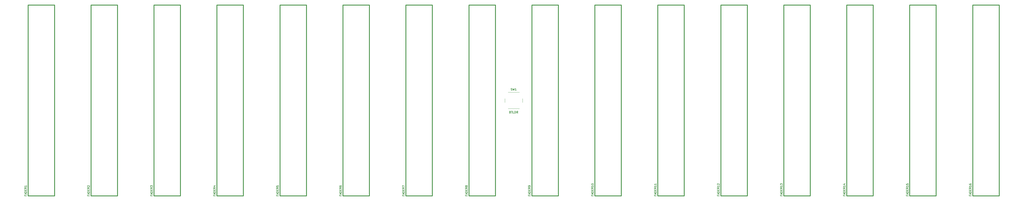
<source format=gto>
G04 #@! TF.GenerationSoftware,KiCad,Pcbnew,9.0.6*
G04 #@! TF.CreationDate,2025-12-16T13:31:05+01:00*
G04 #@! TF.ProjectId,MBO,4d424f2e-6b69-4636-9164-5f7063625858,rev?*
G04 #@! TF.SameCoordinates,Original*
G04 #@! TF.FileFunction,Legend,Top*
G04 #@! TF.FilePolarity,Positive*
%FSLAX46Y46*%
G04 Gerber Fmt 4.6, Leading zero omitted, Abs format (unit mm)*
G04 Created by KiCad (PCBNEW 9.0.6) date 2025-12-16 13:31:05*
%MOMM*%
%LPD*%
G01*
G04 APERTURE LIST*
%ADD10C,0.150000*%
%ADD11C,0.304800*%
%ADD12C,0.120000*%
%ADD13C,1.962000*%
%ADD14C,2.801600*%
%ADD15C,2.000000*%
G04 APERTURE END LIST*
D10*
X340128571Y-198243247D02*
X340242857Y-198281342D01*
X340242857Y-198281342D02*
X340280952Y-198319438D01*
X340280952Y-198319438D02*
X340319048Y-198395628D01*
X340319048Y-198395628D02*
X340319048Y-198509914D01*
X340319048Y-198509914D02*
X340280952Y-198586104D01*
X340280952Y-198586104D02*
X340242857Y-198624200D01*
X340242857Y-198624200D02*
X340166667Y-198662295D01*
X340166667Y-198662295D02*
X339861905Y-198662295D01*
X339861905Y-198662295D02*
X339861905Y-197862295D01*
X339861905Y-197862295D02*
X340128571Y-197862295D01*
X340128571Y-197862295D02*
X340204762Y-197900390D01*
X340204762Y-197900390D02*
X340242857Y-197938485D01*
X340242857Y-197938485D02*
X340280952Y-198014676D01*
X340280952Y-198014676D02*
X340280952Y-198090866D01*
X340280952Y-198090866D02*
X340242857Y-198167057D01*
X340242857Y-198167057D02*
X340204762Y-198205152D01*
X340204762Y-198205152D02*
X340128571Y-198243247D01*
X340128571Y-198243247D02*
X339861905Y-198243247D01*
X340547619Y-197862295D02*
X341004762Y-197862295D01*
X340776190Y-198662295D02*
X340776190Y-197862295D01*
X341652381Y-198662295D02*
X341271429Y-198662295D01*
X341271429Y-198662295D02*
X341271429Y-197862295D01*
X341919048Y-198662295D02*
X341919048Y-197862295D01*
X341919048Y-197862295D02*
X342109524Y-197862295D01*
X342109524Y-197862295D02*
X342223810Y-197900390D01*
X342223810Y-197900390D02*
X342300000Y-197976580D01*
X342300000Y-197976580D02*
X342338095Y-198052771D01*
X342338095Y-198052771D02*
X342376191Y-198205152D01*
X342376191Y-198205152D02*
X342376191Y-198319438D01*
X342376191Y-198319438D02*
X342338095Y-198471819D01*
X342338095Y-198471819D02*
X342300000Y-198548009D01*
X342300000Y-198548009D02*
X342223810Y-198624200D01*
X342223810Y-198624200D02*
X342109524Y-198662295D01*
X342109524Y-198662295D02*
X341919048Y-198662295D01*
X343176191Y-198662295D02*
X342909524Y-198281342D01*
X342719048Y-198662295D02*
X342719048Y-197862295D01*
X342719048Y-197862295D02*
X343023810Y-197862295D01*
X343023810Y-197862295D02*
X343100000Y-197900390D01*
X343100000Y-197900390D02*
X343138095Y-197938485D01*
X343138095Y-197938485D02*
X343176191Y-198014676D01*
X343176191Y-198014676D02*
X343176191Y-198128961D01*
X343176191Y-198128961D02*
X343138095Y-198205152D01*
X343138095Y-198205152D02*
X343100000Y-198243247D01*
X343100000Y-198243247D02*
X343023810Y-198281342D01*
X343023810Y-198281342D02*
X342719048Y-198281342D01*
X247743247Y-231344173D02*
X247743247Y-231610839D01*
X248162295Y-231610839D02*
X247362295Y-231610839D01*
X247362295Y-231610839D02*
X247362295Y-231229887D01*
X247933723Y-230963221D02*
X247933723Y-230582268D01*
X248162295Y-231039411D02*
X247362295Y-230772744D01*
X247362295Y-230772744D02*
X248162295Y-230506078D01*
X248162295Y-230239411D02*
X247362295Y-230239411D01*
X247362295Y-230239411D02*
X247362295Y-230048935D01*
X247362295Y-230048935D02*
X247400390Y-229934649D01*
X247400390Y-229934649D02*
X247476580Y-229858459D01*
X247476580Y-229858459D02*
X247552771Y-229820364D01*
X247552771Y-229820364D02*
X247705152Y-229782268D01*
X247705152Y-229782268D02*
X247819438Y-229782268D01*
X247819438Y-229782268D02*
X247971819Y-229820364D01*
X247971819Y-229820364D02*
X248048009Y-229858459D01*
X248048009Y-229858459D02*
X248124200Y-229934649D01*
X248124200Y-229934649D02*
X248162295Y-230048935D01*
X248162295Y-230048935D02*
X248162295Y-230239411D01*
X247743247Y-229439411D02*
X247743247Y-229172745D01*
X248162295Y-229058459D02*
X248162295Y-229439411D01*
X248162295Y-229439411D02*
X247362295Y-229439411D01*
X247362295Y-229439411D02*
X247362295Y-229058459D01*
X248162295Y-228258458D02*
X247781342Y-228525125D01*
X248162295Y-228715601D02*
X247362295Y-228715601D01*
X247362295Y-228715601D02*
X247362295Y-228410839D01*
X247362295Y-228410839D02*
X247400390Y-228334649D01*
X247400390Y-228334649D02*
X247438485Y-228296554D01*
X247438485Y-228296554D02*
X247514676Y-228258458D01*
X247514676Y-228258458D02*
X247628961Y-228258458D01*
X247628961Y-228258458D02*
X247705152Y-228296554D01*
X247705152Y-228296554D02*
X247743247Y-228334649D01*
X247743247Y-228334649D02*
X247781342Y-228410839D01*
X247781342Y-228410839D02*
X247781342Y-228715601D01*
X247362295Y-227534649D02*
X247362295Y-227915601D01*
X247362295Y-227915601D02*
X247743247Y-227953697D01*
X247743247Y-227953697D02*
X247705152Y-227915601D01*
X247705152Y-227915601D02*
X247667057Y-227839411D01*
X247667057Y-227839411D02*
X247667057Y-227648935D01*
X247667057Y-227648935D02*
X247705152Y-227572744D01*
X247705152Y-227572744D02*
X247743247Y-227534649D01*
X247743247Y-227534649D02*
X247819438Y-227496554D01*
X247819438Y-227496554D02*
X248009914Y-227496554D01*
X248009914Y-227496554D02*
X248086104Y-227534649D01*
X248086104Y-227534649D02*
X248124200Y-227572744D01*
X248124200Y-227572744D02*
X248162295Y-227648935D01*
X248162295Y-227648935D02*
X248162295Y-227839411D01*
X248162295Y-227839411D02*
X248124200Y-227915601D01*
X248124200Y-227915601D02*
X248086104Y-227953697D01*
X340433332Y-189524200D02*
X340547618Y-189562295D01*
X340547618Y-189562295D02*
X340738094Y-189562295D01*
X340738094Y-189562295D02*
X340814285Y-189524200D01*
X340814285Y-189524200D02*
X340852380Y-189486104D01*
X340852380Y-189486104D02*
X340890475Y-189409914D01*
X340890475Y-189409914D02*
X340890475Y-189333723D01*
X340890475Y-189333723D02*
X340852380Y-189257533D01*
X340852380Y-189257533D02*
X340814285Y-189219438D01*
X340814285Y-189219438D02*
X340738094Y-189181342D01*
X340738094Y-189181342D02*
X340585713Y-189143247D01*
X340585713Y-189143247D02*
X340509523Y-189105152D01*
X340509523Y-189105152D02*
X340471428Y-189067057D01*
X340471428Y-189067057D02*
X340433332Y-188990866D01*
X340433332Y-188990866D02*
X340433332Y-188914676D01*
X340433332Y-188914676D02*
X340471428Y-188838485D01*
X340471428Y-188838485D02*
X340509523Y-188800390D01*
X340509523Y-188800390D02*
X340585713Y-188762295D01*
X340585713Y-188762295D02*
X340776190Y-188762295D01*
X340776190Y-188762295D02*
X340890475Y-188800390D01*
X341157142Y-188762295D02*
X341347618Y-189562295D01*
X341347618Y-189562295D02*
X341499999Y-188990866D01*
X341499999Y-188990866D02*
X341652380Y-189562295D01*
X341652380Y-189562295D02*
X341842857Y-188762295D01*
X342566666Y-189562295D02*
X342109523Y-189562295D01*
X342338095Y-189562295D02*
X342338095Y-188762295D01*
X342338095Y-188762295D02*
X342261904Y-188876580D01*
X342261904Y-188876580D02*
X342185714Y-188952771D01*
X342185714Y-188952771D02*
X342109523Y-188990866D01*
X172743247Y-231344173D02*
X172743247Y-231610839D01*
X173162295Y-231610839D02*
X172362295Y-231610839D01*
X172362295Y-231610839D02*
X172362295Y-231229887D01*
X172933723Y-230963221D02*
X172933723Y-230582268D01*
X173162295Y-231039411D02*
X172362295Y-230772744D01*
X172362295Y-230772744D02*
X173162295Y-230506078D01*
X173162295Y-230239411D02*
X172362295Y-230239411D01*
X172362295Y-230239411D02*
X172362295Y-230048935D01*
X172362295Y-230048935D02*
X172400390Y-229934649D01*
X172400390Y-229934649D02*
X172476580Y-229858459D01*
X172476580Y-229858459D02*
X172552771Y-229820364D01*
X172552771Y-229820364D02*
X172705152Y-229782268D01*
X172705152Y-229782268D02*
X172819438Y-229782268D01*
X172819438Y-229782268D02*
X172971819Y-229820364D01*
X172971819Y-229820364D02*
X173048009Y-229858459D01*
X173048009Y-229858459D02*
X173124200Y-229934649D01*
X173124200Y-229934649D02*
X173162295Y-230048935D01*
X173162295Y-230048935D02*
X173162295Y-230239411D01*
X172743247Y-229439411D02*
X172743247Y-229172745D01*
X173162295Y-229058459D02*
X173162295Y-229439411D01*
X173162295Y-229439411D02*
X172362295Y-229439411D01*
X172362295Y-229439411D02*
X172362295Y-229058459D01*
X173162295Y-228258458D02*
X172781342Y-228525125D01*
X173162295Y-228715601D02*
X172362295Y-228715601D01*
X172362295Y-228715601D02*
X172362295Y-228410839D01*
X172362295Y-228410839D02*
X172400390Y-228334649D01*
X172400390Y-228334649D02*
X172438485Y-228296554D01*
X172438485Y-228296554D02*
X172514676Y-228258458D01*
X172514676Y-228258458D02*
X172628961Y-228258458D01*
X172628961Y-228258458D02*
X172705152Y-228296554D01*
X172705152Y-228296554D02*
X172743247Y-228334649D01*
X172743247Y-228334649D02*
X172781342Y-228410839D01*
X172781342Y-228410839D02*
X172781342Y-228715601D01*
X172438485Y-227953697D02*
X172400390Y-227915601D01*
X172400390Y-227915601D02*
X172362295Y-227839411D01*
X172362295Y-227839411D02*
X172362295Y-227648935D01*
X172362295Y-227648935D02*
X172400390Y-227572744D01*
X172400390Y-227572744D02*
X172438485Y-227534649D01*
X172438485Y-227534649D02*
X172514676Y-227496554D01*
X172514676Y-227496554D02*
X172590866Y-227496554D01*
X172590866Y-227496554D02*
X172705152Y-227534649D01*
X172705152Y-227534649D02*
X173162295Y-227991792D01*
X173162295Y-227991792D02*
X173162295Y-227496554D01*
X347743247Y-231344173D02*
X347743247Y-231610839D01*
X348162295Y-231610839D02*
X347362295Y-231610839D01*
X347362295Y-231610839D02*
X347362295Y-231229887D01*
X347933723Y-230963221D02*
X347933723Y-230582268D01*
X348162295Y-231039411D02*
X347362295Y-230772744D01*
X347362295Y-230772744D02*
X348162295Y-230506078D01*
X348162295Y-230239411D02*
X347362295Y-230239411D01*
X347362295Y-230239411D02*
X347362295Y-230048935D01*
X347362295Y-230048935D02*
X347400390Y-229934649D01*
X347400390Y-229934649D02*
X347476580Y-229858459D01*
X347476580Y-229858459D02*
X347552771Y-229820364D01*
X347552771Y-229820364D02*
X347705152Y-229782268D01*
X347705152Y-229782268D02*
X347819438Y-229782268D01*
X347819438Y-229782268D02*
X347971819Y-229820364D01*
X347971819Y-229820364D02*
X348048009Y-229858459D01*
X348048009Y-229858459D02*
X348124200Y-229934649D01*
X348124200Y-229934649D02*
X348162295Y-230048935D01*
X348162295Y-230048935D02*
X348162295Y-230239411D01*
X347743247Y-229439411D02*
X347743247Y-229172745D01*
X348162295Y-229058459D02*
X348162295Y-229439411D01*
X348162295Y-229439411D02*
X347362295Y-229439411D01*
X347362295Y-229439411D02*
X347362295Y-229058459D01*
X348162295Y-228258458D02*
X347781342Y-228525125D01*
X348162295Y-228715601D02*
X347362295Y-228715601D01*
X347362295Y-228715601D02*
X347362295Y-228410839D01*
X347362295Y-228410839D02*
X347400390Y-228334649D01*
X347400390Y-228334649D02*
X347438485Y-228296554D01*
X347438485Y-228296554D02*
X347514676Y-228258458D01*
X347514676Y-228258458D02*
X347628961Y-228258458D01*
X347628961Y-228258458D02*
X347705152Y-228296554D01*
X347705152Y-228296554D02*
X347743247Y-228334649D01*
X347743247Y-228334649D02*
X347781342Y-228410839D01*
X347781342Y-228410839D02*
X347781342Y-228715601D01*
X348162295Y-227877506D02*
X348162295Y-227725125D01*
X348162295Y-227725125D02*
X348124200Y-227648935D01*
X348124200Y-227648935D02*
X348086104Y-227610839D01*
X348086104Y-227610839D02*
X347971819Y-227534649D01*
X347971819Y-227534649D02*
X347819438Y-227496554D01*
X347819438Y-227496554D02*
X347514676Y-227496554D01*
X347514676Y-227496554D02*
X347438485Y-227534649D01*
X347438485Y-227534649D02*
X347400390Y-227572744D01*
X347400390Y-227572744D02*
X347362295Y-227648935D01*
X347362295Y-227648935D02*
X347362295Y-227801316D01*
X347362295Y-227801316D02*
X347400390Y-227877506D01*
X347400390Y-227877506D02*
X347438485Y-227915601D01*
X347438485Y-227915601D02*
X347514676Y-227953697D01*
X347514676Y-227953697D02*
X347705152Y-227953697D01*
X347705152Y-227953697D02*
X347781342Y-227915601D01*
X347781342Y-227915601D02*
X347819438Y-227877506D01*
X347819438Y-227877506D02*
X347857533Y-227801316D01*
X347857533Y-227801316D02*
X347857533Y-227648935D01*
X347857533Y-227648935D02*
X347819438Y-227572744D01*
X347819438Y-227572744D02*
X347781342Y-227534649D01*
X347781342Y-227534649D02*
X347705152Y-227496554D01*
X497743247Y-231344173D02*
X497743247Y-231610839D01*
X498162295Y-231610839D02*
X497362295Y-231610839D01*
X497362295Y-231610839D02*
X497362295Y-231229887D01*
X497933723Y-230963221D02*
X497933723Y-230582268D01*
X498162295Y-231039411D02*
X497362295Y-230772744D01*
X497362295Y-230772744D02*
X498162295Y-230506078D01*
X498162295Y-230239411D02*
X497362295Y-230239411D01*
X497362295Y-230239411D02*
X497362295Y-230048935D01*
X497362295Y-230048935D02*
X497400390Y-229934649D01*
X497400390Y-229934649D02*
X497476580Y-229858459D01*
X497476580Y-229858459D02*
X497552771Y-229820364D01*
X497552771Y-229820364D02*
X497705152Y-229782268D01*
X497705152Y-229782268D02*
X497819438Y-229782268D01*
X497819438Y-229782268D02*
X497971819Y-229820364D01*
X497971819Y-229820364D02*
X498048009Y-229858459D01*
X498048009Y-229858459D02*
X498124200Y-229934649D01*
X498124200Y-229934649D02*
X498162295Y-230048935D01*
X498162295Y-230048935D02*
X498162295Y-230239411D01*
X497743247Y-229439411D02*
X497743247Y-229172745D01*
X498162295Y-229058459D02*
X498162295Y-229439411D01*
X498162295Y-229439411D02*
X497362295Y-229439411D01*
X497362295Y-229439411D02*
X497362295Y-229058459D01*
X498162295Y-228258458D02*
X497781342Y-228525125D01*
X498162295Y-228715601D02*
X497362295Y-228715601D01*
X497362295Y-228715601D02*
X497362295Y-228410839D01*
X497362295Y-228410839D02*
X497400390Y-228334649D01*
X497400390Y-228334649D02*
X497438485Y-228296554D01*
X497438485Y-228296554D02*
X497514676Y-228258458D01*
X497514676Y-228258458D02*
X497628961Y-228258458D01*
X497628961Y-228258458D02*
X497705152Y-228296554D01*
X497705152Y-228296554D02*
X497743247Y-228334649D01*
X497743247Y-228334649D02*
X497781342Y-228410839D01*
X497781342Y-228410839D02*
X497781342Y-228715601D01*
X498162295Y-227496554D02*
X498162295Y-227953697D01*
X498162295Y-227725125D02*
X497362295Y-227725125D01*
X497362295Y-227725125D02*
X497476580Y-227801316D01*
X497476580Y-227801316D02*
X497552771Y-227877506D01*
X497552771Y-227877506D02*
X497590866Y-227953697D01*
X497362295Y-226772744D02*
X497362295Y-227153696D01*
X497362295Y-227153696D02*
X497743247Y-227191792D01*
X497743247Y-227191792D02*
X497705152Y-227153696D01*
X497705152Y-227153696D02*
X497667057Y-227077506D01*
X497667057Y-227077506D02*
X497667057Y-226887030D01*
X497667057Y-226887030D02*
X497705152Y-226810839D01*
X497705152Y-226810839D02*
X497743247Y-226772744D01*
X497743247Y-226772744D02*
X497819438Y-226734649D01*
X497819438Y-226734649D02*
X498009914Y-226734649D01*
X498009914Y-226734649D02*
X498086104Y-226772744D01*
X498086104Y-226772744D02*
X498124200Y-226810839D01*
X498124200Y-226810839D02*
X498162295Y-226887030D01*
X498162295Y-226887030D02*
X498162295Y-227077506D01*
X498162295Y-227077506D02*
X498124200Y-227153696D01*
X498124200Y-227153696D02*
X498086104Y-227191792D01*
X372743247Y-231344173D02*
X372743247Y-231610839D01*
X373162295Y-231610839D02*
X372362295Y-231610839D01*
X372362295Y-231610839D02*
X372362295Y-231229887D01*
X372933723Y-230963221D02*
X372933723Y-230582268D01*
X373162295Y-231039411D02*
X372362295Y-230772744D01*
X372362295Y-230772744D02*
X373162295Y-230506078D01*
X373162295Y-230239411D02*
X372362295Y-230239411D01*
X372362295Y-230239411D02*
X372362295Y-230048935D01*
X372362295Y-230048935D02*
X372400390Y-229934649D01*
X372400390Y-229934649D02*
X372476580Y-229858459D01*
X372476580Y-229858459D02*
X372552771Y-229820364D01*
X372552771Y-229820364D02*
X372705152Y-229782268D01*
X372705152Y-229782268D02*
X372819438Y-229782268D01*
X372819438Y-229782268D02*
X372971819Y-229820364D01*
X372971819Y-229820364D02*
X373048009Y-229858459D01*
X373048009Y-229858459D02*
X373124200Y-229934649D01*
X373124200Y-229934649D02*
X373162295Y-230048935D01*
X373162295Y-230048935D02*
X373162295Y-230239411D01*
X372743247Y-229439411D02*
X372743247Y-229172745D01*
X373162295Y-229058459D02*
X373162295Y-229439411D01*
X373162295Y-229439411D02*
X372362295Y-229439411D01*
X372362295Y-229439411D02*
X372362295Y-229058459D01*
X373162295Y-228258458D02*
X372781342Y-228525125D01*
X373162295Y-228715601D02*
X372362295Y-228715601D01*
X372362295Y-228715601D02*
X372362295Y-228410839D01*
X372362295Y-228410839D02*
X372400390Y-228334649D01*
X372400390Y-228334649D02*
X372438485Y-228296554D01*
X372438485Y-228296554D02*
X372514676Y-228258458D01*
X372514676Y-228258458D02*
X372628961Y-228258458D01*
X372628961Y-228258458D02*
X372705152Y-228296554D01*
X372705152Y-228296554D02*
X372743247Y-228334649D01*
X372743247Y-228334649D02*
X372781342Y-228410839D01*
X372781342Y-228410839D02*
X372781342Y-228715601D01*
X373162295Y-227496554D02*
X373162295Y-227953697D01*
X373162295Y-227725125D02*
X372362295Y-227725125D01*
X372362295Y-227725125D02*
X372476580Y-227801316D01*
X372476580Y-227801316D02*
X372552771Y-227877506D01*
X372552771Y-227877506D02*
X372590866Y-227953697D01*
X372362295Y-227001315D02*
X372362295Y-226925125D01*
X372362295Y-226925125D02*
X372400390Y-226848934D01*
X372400390Y-226848934D02*
X372438485Y-226810839D01*
X372438485Y-226810839D02*
X372514676Y-226772744D01*
X372514676Y-226772744D02*
X372667057Y-226734649D01*
X372667057Y-226734649D02*
X372857533Y-226734649D01*
X372857533Y-226734649D02*
X373009914Y-226772744D01*
X373009914Y-226772744D02*
X373086104Y-226810839D01*
X373086104Y-226810839D02*
X373124200Y-226848934D01*
X373124200Y-226848934D02*
X373162295Y-226925125D01*
X373162295Y-226925125D02*
X373162295Y-227001315D01*
X373162295Y-227001315D02*
X373124200Y-227077506D01*
X373124200Y-227077506D02*
X373086104Y-227115601D01*
X373086104Y-227115601D02*
X373009914Y-227153696D01*
X373009914Y-227153696D02*
X372857533Y-227191792D01*
X372857533Y-227191792D02*
X372667057Y-227191792D01*
X372667057Y-227191792D02*
X372514676Y-227153696D01*
X372514676Y-227153696D02*
X372438485Y-227115601D01*
X372438485Y-227115601D02*
X372400390Y-227077506D01*
X372400390Y-227077506D02*
X372362295Y-227001315D01*
X522743247Y-231344173D02*
X522743247Y-231610839D01*
X523162295Y-231610839D02*
X522362295Y-231610839D01*
X522362295Y-231610839D02*
X522362295Y-231229887D01*
X522933723Y-230963221D02*
X522933723Y-230582268D01*
X523162295Y-231039411D02*
X522362295Y-230772744D01*
X522362295Y-230772744D02*
X523162295Y-230506078D01*
X523162295Y-230239411D02*
X522362295Y-230239411D01*
X522362295Y-230239411D02*
X522362295Y-230048935D01*
X522362295Y-230048935D02*
X522400390Y-229934649D01*
X522400390Y-229934649D02*
X522476580Y-229858459D01*
X522476580Y-229858459D02*
X522552771Y-229820364D01*
X522552771Y-229820364D02*
X522705152Y-229782268D01*
X522705152Y-229782268D02*
X522819438Y-229782268D01*
X522819438Y-229782268D02*
X522971819Y-229820364D01*
X522971819Y-229820364D02*
X523048009Y-229858459D01*
X523048009Y-229858459D02*
X523124200Y-229934649D01*
X523124200Y-229934649D02*
X523162295Y-230048935D01*
X523162295Y-230048935D02*
X523162295Y-230239411D01*
X522743247Y-229439411D02*
X522743247Y-229172745D01*
X523162295Y-229058459D02*
X523162295Y-229439411D01*
X523162295Y-229439411D02*
X522362295Y-229439411D01*
X522362295Y-229439411D02*
X522362295Y-229058459D01*
X523162295Y-228258458D02*
X522781342Y-228525125D01*
X523162295Y-228715601D02*
X522362295Y-228715601D01*
X522362295Y-228715601D02*
X522362295Y-228410839D01*
X522362295Y-228410839D02*
X522400390Y-228334649D01*
X522400390Y-228334649D02*
X522438485Y-228296554D01*
X522438485Y-228296554D02*
X522514676Y-228258458D01*
X522514676Y-228258458D02*
X522628961Y-228258458D01*
X522628961Y-228258458D02*
X522705152Y-228296554D01*
X522705152Y-228296554D02*
X522743247Y-228334649D01*
X522743247Y-228334649D02*
X522781342Y-228410839D01*
X522781342Y-228410839D02*
X522781342Y-228715601D01*
X523162295Y-227496554D02*
X523162295Y-227953697D01*
X523162295Y-227725125D02*
X522362295Y-227725125D01*
X522362295Y-227725125D02*
X522476580Y-227801316D01*
X522476580Y-227801316D02*
X522552771Y-227877506D01*
X522552771Y-227877506D02*
X522590866Y-227953697D01*
X522362295Y-226810839D02*
X522362295Y-226963220D01*
X522362295Y-226963220D02*
X522400390Y-227039411D01*
X522400390Y-227039411D02*
X522438485Y-227077506D01*
X522438485Y-227077506D02*
X522552771Y-227153696D01*
X522552771Y-227153696D02*
X522705152Y-227191792D01*
X522705152Y-227191792D02*
X523009914Y-227191792D01*
X523009914Y-227191792D02*
X523086104Y-227153696D01*
X523086104Y-227153696D02*
X523124200Y-227115601D01*
X523124200Y-227115601D02*
X523162295Y-227039411D01*
X523162295Y-227039411D02*
X523162295Y-226887030D01*
X523162295Y-226887030D02*
X523124200Y-226810839D01*
X523124200Y-226810839D02*
X523086104Y-226772744D01*
X523086104Y-226772744D02*
X523009914Y-226734649D01*
X523009914Y-226734649D02*
X522819438Y-226734649D01*
X522819438Y-226734649D02*
X522743247Y-226772744D01*
X522743247Y-226772744D02*
X522705152Y-226810839D01*
X522705152Y-226810839D02*
X522667057Y-226887030D01*
X522667057Y-226887030D02*
X522667057Y-227039411D01*
X522667057Y-227039411D02*
X522705152Y-227115601D01*
X522705152Y-227115601D02*
X522743247Y-227153696D01*
X522743247Y-227153696D02*
X522819438Y-227191792D01*
X322743247Y-231344173D02*
X322743247Y-231610839D01*
X323162295Y-231610839D02*
X322362295Y-231610839D01*
X322362295Y-231610839D02*
X322362295Y-231229887D01*
X322933723Y-230963221D02*
X322933723Y-230582268D01*
X323162295Y-231039411D02*
X322362295Y-230772744D01*
X322362295Y-230772744D02*
X323162295Y-230506078D01*
X323162295Y-230239411D02*
X322362295Y-230239411D01*
X322362295Y-230239411D02*
X322362295Y-230048935D01*
X322362295Y-230048935D02*
X322400390Y-229934649D01*
X322400390Y-229934649D02*
X322476580Y-229858459D01*
X322476580Y-229858459D02*
X322552771Y-229820364D01*
X322552771Y-229820364D02*
X322705152Y-229782268D01*
X322705152Y-229782268D02*
X322819438Y-229782268D01*
X322819438Y-229782268D02*
X322971819Y-229820364D01*
X322971819Y-229820364D02*
X323048009Y-229858459D01*
X323048009Y-229858459D02*
X323124200Y-229934649D01*
X323124200Y-229934649D02*
X323162295Y-230048935D01*
X323162295Y-230048935D02*
X323162295Y-230239411D01*
X322743247Y-229439411D02*
X322743247Y-229172745D01*
X323162295Y-229058459D02*
X323162295Y-229439411D01*
X323162295Y-229439411D02*
X322362295Y-229439411D01*
X322362295Y-229439411D02*
X322362295Y-229058459D01*
X323162295Y-228258458D02*
X322781342Y-228525125D01*
X323162295Y-228715601D02*
X322362295Y-228715601D01*
X322362295Y-228715601D02*
X322362295Y-228410839D01*
X322362295Y-228410839D02*
X322400390Y-228334649D01*
X322400390Y-228334649D02*
X322438485Y-228296554D01*
X322438485Y-228296554D02*
X322514676Y-228258458D01*
X322514676Y-228258458D02*
X322628961Y-228258458D01*
X322628961Y-228258458D02*
X322705152Y-228296554D01*
X322705152Y-228296554D02*
X322743247Y-228334649D01*
X322743247Y-228334649D02*
X322781342Y-228410839D01*
X322781342Y-228410839D02*
X322781342Y-228715601D01*
X322705152Y-227801316D02*
X322667057Y-227877506D01*
X322667057Y-227877506D02*
X322628961Y-227915601D01*
X322628961Y-227915601D02*
X322552771Y-227953697D01*
X322552771Y-227953697D02*
X322514676Y-227953697D01*
X322514676Y-227953697D02*
X322438485Y-227915601D01*
X322438485Y-227915601D02*
X322400390Y-227877506D01*
X322400390Y-227877506D02*
X322362295Y-227801316D01*
X322362295Y-227801316D02*
X322362295Y-227648935D01*
X322362295Y-227648935D02*
X322400390Y-227572744D01*
X322400390Y-227572744D02*
X322438485Y-227534649D01*
X322438485Y-227534649D02*
X322514676Y-227496554D01*
X322514676Y-227496554D02*
X322552771Y-227496554D01*
X322552771Y-227496554D02*
X322628961Y-227534649D01*
X322628961Y-227534649D02*
X322667057Y-227572744D01*
X322667057Y-227572744D02*
X322705152Y-227648935D01*
X322705152Y-227648935D02*
X322705152Y-227801316D01*
X322705152Y-227801316D02*
X322743247Y-227877506D01*
X322743247Y-227877506D02*
X322781342Y-227915601D01*
X322781342Y-227915601D02*
X322857533Y-227953697D01*
X322857533Y-227953697D02*
X323009914Y-227953697D01*
X323009914Y-227953697D02*
X323086104Y-227915601D01*
X323086104Y-227915601D02*
X323124200Y-227877506D01*
X323124200Y-227877506D02*
X323162295Y-227801316D01*
X323162295Y-227801316D02*
X323162295Y-227648935D01*
X323162295Y-227648935D02*
X323124200Y-227572744D01*
X323124200Y-227572744D02*
X323086104Y-227534649D01*
X323086104Y-227534649D02*
X323009914Y-227496554D01*
X323009914Y-227496554D02*
X322857533Y-227496554D01*
X322857533Y-227496554D02*
X322781342Y-227534649D01*
X322781342Y-227534649D02*
X322743247Y-227572744D01*
X322743247Y-227572744D02*
X322705152Y-227648935D01*
X422743247Y-231344173D02*
X422743247Y-231610839D01*
X423162295Y-231610839D02*
X422362295Y-231610839D01*
X422362295Y-231610839D02*
X422362295Y-231229887D01*
X422933723Y-230963221D02*
X422933723Y-230582268D01*
X423162295Y-231039411D02*
X422362295Y-230772744D01*
X422362295Y-230772744D02*
X423162295Y-230506078D01*
X423162295Y-230239411D02*
X422362295Y-230239411D01*
X422362295Y-230239411D02*
X422362295Y-230048935D01*
X422362295Y-230048935D02*
X422400390Y-229934649D01*
X422400390Y-229934649D02*
X422476580Y-229858459D01*
X422476580Y-229858459D02*
X422552771Y-229820364D01*
X422552771Y-229820364D02*
X422705152Y-229782268D01*
X422705152Y-229782268D02*
X422819438Y-229782268D01*
X422819438Y-229782268D02*
X422971819Y-229820364D01*
X422971819Y-229820364D02*
X423048009Y-229858459D01*
X423048009Y-229858459D02*
X423124200Y-229934649D01*
X423124200Y-229934649D02*
X423162295Y-230048935D01*
X423162295Y-230048935D02*
X423162295Y-230239411D01*
X422743247Y-229439411D02*
X422743247Y-229172745D01*
X423162295Y-229058459D02*
X423162295Y-229439411D01*
X423162295Y-229439411D02*
X422362295Y-229439411D01*
X422362295Y-229439411D02*
X422362295Y-229058459D01*
X423162295Y-228258458D02*
X422781342Y-228525125D01*
X423162295Y-228715601D02*
X422362295Y-228715601D01*
X422362295Y-228715601D02*
X422362295Y-228410839D01*
X422362295Y-228410839D02*
X422400390Y-228334649D01*
X422400390Y-228334649D02*
X422438485Y-228296554D01*
X422438485Y-228296554D02*
X422514676Y-228258458D01*
X422514676Y-228258458D02*
X422628961Y-228258458D01*
X422628961Y-228258458D02*
X422705152Y-228296554D01*
X422705152Y-228296554D02*
X422743247Y-228334649D01*
X422743247Y-228334649D02*
X422781342Y-228410839D01*
X422781342Y-228410839D02*
X422781342Y-228715601D01*
X423162295Y-227496554D02*
X423162295Y-227953697D01*
X423162295Y-227725125D02*
X422362295Y-227725125D01*
X422362295Y-227725125D02*
X422476580Y-227801316D01*
X422476580Y-227801316D02*
X422552771Y-227877506D01*
X422552771Y-227877506D02*
X422590866Y-227953697D01*
X422438485Y-227191792D02*
X422400390Y-227153696D01*
X422400390Y-227153696D02*
X422362295Y-227077506D01*
X422362295Y-227077506D02*
X422362295Y-226887030D01*
X422362295Y-226887030D02*
X422400390Y-226810839D01*
X422400390Y-226810839D02*
X422438485Y-226772744D01*
X422438485Y-226772744D02*
X422514676Y-226734649D01*
X422514676Y-226734649D02*
X422590866Y-226734649D01*
X422590866Y-226734649D02*
X422705152Y-226772744D01*
X422705152Y-226772744D02*
X423162295Y-227229887D01*
X423162295Y-227229887D02*
X423162295Y-226734649D01*
X447743247Y-231344173D02*
X447743247Y-231610839D01*
X448162295Y-231610839D02*
X447362295Y-231610839D01*
X447362295Y-231610839D02*
X447362295Y-231229887D01*
X447933723Y-230963221D02*
X447933723Y-230582268D01*
X448162295Y-231039411D02*
X447362295Y-230772744D01*
X447362295Y-230772744D02*
X448162295Y-230506078D01*
X448162295Y-230239411D02*
X447362295Y-230239411D01*
X447362295Y-230239411D02*
X447362295Y-230048935D01*
X447362295Y-230048935D02*
X447400390Y-229934649D01*
X447400390Y-229934649D02*
X447476580Y-229858459D01*
X447476580Y-229858459D02*
X447552771Y-229820364D01*
X447552771Y-229820364D02*
X447705152Y-229782268D01*
X447705152Y-229782268D02*
X447819438Y-229782268D01*
X447819438Y-229782268D02*
X447971819Y-229820364D01*
X447971819Y-229820364D02*
X448048009Y-229858459D01*
X448048009Y-229858459D02*
X448124200Y-229934649D01*
X448124200Y-229934649D02*
X448162295Y-230048935D01*
X448162295Y-230048935D02*
X448162295Y-230239411D01*
X447743247Y-229439411D02*
X447743247Y-229172745D01*
X448162295Y-229058459D02*
X448162295Y-229439411D01*
X448162295Y-229439411D02*
X447362295Y-229439411D01*
X447362295Y-229439411D02*
X447362295Y-229058459D01*
X448162295Y-228258458D02*
X447781342Y-228525125D01*
X448162295Y-228715601D02*
X447362295Y-228715601D01*
X447362295Y-228715601D02*
X447362295Y-228410839D01*
X447362295Y-228410839D02*
X447400390Y-228334649D01*
X447400390Y-228334649D02*
X447438485Y-228296554D01*
X447438485Y-228296554D02*
X447514676Y-228258458D01*
X447514676Y-228258458D02*
X447628961Y-228258458D01*
X447628961Y-228258458D02*
X447705152Y-228296554D01*
X447705152Y-228296554D02*
X447743247Y-228334649D01*
X447743247Y-228334649D02*
X447781342Y-228410839D01*
X447781342Y-228410839D02*
X447781342Y-228715601D01*
X448162295Y-227496554D02*
X448162295Y-227953697D01*
X448162295Y-227725125D02*
X447362295Y-227725125D01*
X447362295Y-227725125D02*
X447476580Y-227801316D01*
X447476580Y-227801316D02*
X447552771Y-227877506D01*
X447552771Y-227877506D02*
X447590866Y-227953697D01*
X447362295Y-227229887D02*
X447362295Y-226734649D01*
X447362295Y-226734649D02*
X447667057Y-227001315D01*
X447667057Y-227001315D02*
X447667057Y-226887030D01*
X447667057Y-226887030D02*
X447705152Y-226810839D01*
X447705152Y-226810839D02*
X447743247Y-226772744D01*
X447743247Y-226772744D02*
X447819438Y-226734649D01*
X447819438Y-226734649D02*
X448009914Y-226734649D01*
X448009914Y-226734649D02*
X448086104Y-226772744D01*
X448086104Y-226772744D02*
X448124200Y-226810839D01*
X448124200Y-226810839D02*
X448162295Y-226887030D01*
X448162295Y-226887030D02*
X448162295Y-227115601D01*
X448162295Y-227115601D02*
X448124200Y-227191792D01*
X448124200Y-227191792D02*
X448086104Y-227229887D01*
X222743247Y-231344173D02*
X222743247Y-231610839D01*
X223162295Y-231610839D02*
X222362295Y-231610839D01*
X222362295Y-231610839D02*
X222362295Y-231229887D01*
X222933723Y-230963221D02*
X222933723Y-230582268D01*
X223162295Y-231039411D02*
X222362295Y-230772744D01*
X222362295Y-230772744D02*
X223162295Y-230506078D01*
X223162295Y-230239411D02*
X222362295Y-230239411D01*
X222362295Y-230239411D02*
X222362295Y-230048935D01*
X222362295Y-230048935D02*
X222400390Y-229934649D01*
X222400390Y-229934649D02*
X222476580Y-229858459D01*
X222476580Y-229858459D02*
X222552771Y-229820364D01*
X222552771Y-229820364D02*
X222705152Y-229782268D01*
X222705152Y-229782268D02*
X222819438Y-229782268D01*
X222819438Y-229782268D02*
X222971819Y-229820364D01*
X222971819Y-229820364D02*
X223048009Y-229858459D01*
X223048009Y-229858459D02*
X223124200Y-229934649D01*
X223124200Y-229934649D02*
X223162295Y-230048935D01*
X223162295Y-230048935D02*
X223162295Y-230239411D01*
X222743247Y-229439411D02*
X222743247Y-229172745D01*
X223162295Y-229058459D02*
X223162295Y-229439411D01*
X223162295Y-229439411D02*
X222362295Y-229439411D01*
X222362295Y-229439411D02*
X222362295Y-229058459D01*
X223162295Y-228258458D02*
X222781342Y-228525125D01*
X223162295Y-228715601D02*
X222362295Y-228715601D01*
X222362295Y-228715601D02*
X222362295Y-228410839D01*
X222362295Y-228410839D02*
X222400390Y-228334649D01*
X222400390Y-228334649D02*
X222438485Y-228296554D01*
X222438485Y-228296554D02*
X222514676Y-228258458D01*
X222514676Y-228258458D02*
X222628961Y-228258458D01*
X222628961Y-228258458D02*
X222705152Y-228296554D01*
X222705152Y-228296554D02*
X222743247Y-228334649D01*
X222743247Y-228334649D02*
X222781342Y-228410839D01*
X222781342Y-228410839D02*
X222781342Y-228715601D01*
X222628961Y-227572744D02*
X223162295Y-227572744D01*
X222324200Y-227763220D02*
X222895628Y-227953697D01*
X222895628Y-227953697D02*
X222895628Y-227458458D01*
X197743247Y-231344173D02*
X197743247Y-231610839D01*
X198162295Y-231610839D02*
X197362295Y-231610839D01*
X197362295Y-231610839D02*
X197362295Y-231229887D01*
X197933723Y-230963221D02*
X197933723Y-230582268D01*
X198162295Y-231039411D02*
X197362295Y-230772744D01*
X197362295Y-230772744D02*
X198162295Y-230506078D01*
X198162295Y-230239411D02*
X197362295Y-230239411D01*
X197362295Y-230239411D02*
X197362295Y-230048935D01*
X197362295Y-230048935D02*
X197400390Y-229934649D01*
X197400390Y-229934649D02*
X197476580Y-229858459D01*
X197476580Y-229858459D02*
X197552771Y-229820364D01*
X197552771Y-229820364D02*
X197705152Y-229782268D01*
X197705152Y-229782268D02*
X197819438Y-229782268D01*
X197819438Y-229782268D02*
X197971819Y-229820364D01*
X197971819Y-229820364D02*
X198048009Y-229858459D01*
X198048009Y-229858459D02*
X198124200Y-229934649D01*
X198124200Y-229934649D02*
X198162295Y-230048935D01*
X198162295Y-230048935D02*
X198162295Y-230239411D01*
X197743247Y-229439411D02*
X197743247Y-229172745D01*
X198162295Y-229058459D02*
X198162295Y-229439411D01*
X198162295Y-229439411D02*
X197362295Y-229439411D01*
X197362295Y-229439411D02*
X197362295Y-229058459D01*
X198162295Y-228258458D02*
X197781342Y-228525125D01*
X198162295Y-228715601D02*
X197362295Y-228715601D01*
X197362295Y-228715601D02*
X197362295Y-228410839D01*
X197362295Y-228410839D02*
X197400390Y-228334649D01*
X197400390Y-228334649D02*
X197438485Y-228296554D01*
X197438485Y-228296554D02*
X197514676Y-228258458D01*
X197514676Y-228258458D02*
X197628961Y-228258458D01*
X197628961Y-228258458D02*
X197705152Y-228296554D01*
X197705152Y-228296554D02*
X197743247Y-228334649D01*
X197743247Y-228334649D02*
X197781342Y-228410839D01*
X197781342Y-228410839D02*
X197781342Y-228715601D01*
X197362295Y-227991792D02*
X197362295Y-227496554D01*
X197362295Y-227496554D02*
X197667057Y-227763220D01*
X197667057Y-227763220D02*
X197667057Y-227648935D01*
X197667057Y-227648935D02*
X197705152Y-227572744D01*
X197705152Y-227572744D02*
X197743247Y-227534649D01*
X197743247Y-227534649D02*
X197819438Y-227496554D01*
X197819438Y-227496554D02*
X198009914Y-227496554D01*
X198009914Y-227496554D02*
X198086104Y-227534649D01*
X198086104Y-227534649D02*
X198124200Y-227572744D01*
X198124200Y-227572744D02*
X198162295Y-227648935D01*
X198162295Y-227648935D02*
X198162295Y-227877506D01*
X198162295Y-227877506D02*
X198124200Y-227953697D01*
X198124200Y-227953697D02*
X198086104Y-227991792D01*
X272743247Y-231344173D02*
X272743247Y-231610839D01*
X273162295Y-231610839D02*
X272362295Y-231610839D01*
X272362295Y-231610839D02*
X272362295Y-231229887D01*
X272933723Y-230963221D02*
X272933723Y-230582268D01*
X273162295Y-231039411D02*
X272362295Y-230772744D01*
X272362295Y-230772744D02*
X273162295Y-230506078D01*
X273162295Y-230239411D02*
X272362295Y-230239411D01*
X272362295Y-230239411D02*
X272362295Y-230048935D01*
X272362295Y-230048935D02*
X272400390Y-229934649D01*
X272400390Y-229934649D02*
X272476580Y-229858459D01*
X272476580Y-229858459D02*
X272552771Y-229820364D01*
X272552771Y-229820364D02*
X272705152Y-229782268D01*
X272705152Y-229782268D02*
X272819438Y-229782268D01*
X272819438Y-229782268D02*
X272971819Y-229820364D01*
X272971819Y-229820364D02*
X273048009Y-229858459D01*
X273048009Y-229858459D02*
X273124200Y-229934649D01*
X273124200Y-229934649D02*
X273162295Y-230048935D01*
X273162295Y-230048935D02*
X273162295Y-230239411D01*
X272743247Y-229439411D02*
X272743247Y-229172745D01*
X273162295Y-229058459D02*
X273162295Y-229439411D01*
X273162295Y-229439411D02*
X272362295Y-229439411D01*
X272362295Y-229439411D02*
X272362295Y-229058459D01*
X273162295Y-228258458D02*
X272781342Y-228525125D01*
X273162295Y-228715601D02*
X272362295Y-228715601D01*
X272362295Y-228715601D02*
X272362295Y-228410839D01*
X272362295Y-228410839D02*
X272400390Y-228334649D01*
X272400390Y-228334649D02*
X272438485Y-228296554D01*
X272438485Y-228296554D02*
X272514676Y-228258458D01*
X272514676Y-228258458D02*
X272628961Y-228258458D01*
X272628961Y-228258458D02*
X272705152Y-228296554D01*
X272705152Y-228296554D02*
X272743247Y-228334649D01*
X272743247Y-228334649D02*
X272781342Y-228410839D01*
X272781342Y-228410839D02*
X272781342Y-228715601D01*
X272362295Y-227572744D02*
X272362295Y-227725125D01*
X272362295Y-227725125D02*
X272400390Y-227801316D01*
X272400390Y-227801316D02*
X272438485Y-227839411D01*
X272438485Y-227839411D02*
X272552771Y-227915601D01*
X272552771Y-227915601D02*
X272705152Y-227953697D01*
X272705152Y-227953697D02*
X273009914Y-227953697D01*
X273009914Y-227953697D02*
X273086104Y-227915601D01*
X273086104Y-227915601D02*
X273124200Y-227877506D01*
X273124200Y-227877506D02*
X273162295Y-227801316D01*
X273162295Y-227801316D02*
X273162295Y-227648935D01*
X273162295Y-227648935D02*
X273124200Y-227572744D01*
X273124200Y-227572744D02*
X273086104Y-227534649D01*
X273086104Y-227534649D02*
X273009914Y-227496554D01*
X273009914Y-227496554D02*
X272819438Y-227496554D01*
X272819438Y-227496554D02*
X272743247Y-227534649D01*
X272743247Y-227534649D02*
X272705152Y-227572744D01*
X272705152Y-227572744D02*
X272667057Y-227648935D01*
X272667057Y-227648935D02*
X272667057Y-227801316D01*
X272667057Y-227801316D02*
X272705152Y-227877506D01*
X272705152Y-227877506D02*
X272743247Y-227915601D01*
X272743247Y-227915601D02*
X272819438Y-227953697D01*
X147743247Y-231344173D02*
X147743247Y-231610839D01*
X148162295Y-231610839D02*
X147362295Y-231610839D01*
X147362295Y-231610839D02*
X147362295Y-231229887D01*
X147933723Y-230963221D02*
X147933723Y-230582268D01*
X148162295Y-231039411D02*
X147362295Y-230772744D01*
X147362295Y-230772744D02*
X148162295Y-230506078D01*
X148162295Y-230239411D02*
X147362295Y-230239411D01*
X147362295Y-230239411D02*
X147362295Y-230048935D01*
X147362295Y-230048935D02*
X147400390Y-229934649D01*
X147400390Y-229934649D02*
X147476580Y-229858459D01*
X147476580Y-229858459D02*
X147552771Y-229820364D01*
X147552771Y-229820364D02*
X147705152Y-229782268D01*
X147705152Y-229782268D02*
X147819438Y-229782268D01*
X147819438Y-229782268D02*
X147971819Y-229820364D01*
X147971819Y-229820364D02*
X148048009Y-229858459D01*
X148048009Y-229858459D02*
X148124200Y-229934649D01*
X148124200Y-229934649D02*
X148162295Y-230048935D01*
X148162295Y-230048935D02*
X148162295Y-230239411D01*
X147743247Y-229439411D02*
X147743247Y-229172745D01*
X148162295Y-229058459D02*
X148162295Y-229439411D01*
X148162295Y-229439411D02*
X147362295Y-229439411D01*
X147362295Y-229439411D02*
X147362295Y-229058459D01*
X148162295Y-228258458D02*
X147781342Y-228525125D01*
X148162295Y-228715601D02*
X147362295Y-228715601D01*
X147362295Y-228715601D02*
X147362295Y-228410839D01*
X147362295Y-228410839D02*
X147400390Y-228334649D01*
X147400390Y-228334649D02*
X147438485Y-228296554D01*
X147438485Y-228296554D02*
X147514676Y-228258458D01*
X147514676Y-228258458D02*
X147628961Y-228258458D01*
X147628961Y-228258458D02*
X147705152Y-228296554D01*
X147705152Y-228296554D02*
X147743247Y-228334649D01*
X147743247Y-228334649D02*
X147781342Y-228410839D01*
X147781342Y-228410839D02*
X147781342Y-228715601D01*
X148162295Y-227496554D02*
X148162295Y-227953697D01*
X148162295Y-227725125D02*
X147362295Y-227725125D01*
X147362295Y-227725125D02*
X147476580Y-227801316D01*
X147476580Y-227801316D02*
X147552771Y-227877506D01*
X147552771Y-227877506D02*
X147590866Y-227953697D01*
X472743247Y-231344173D02*
X472743247Y-231610839D01*
X473162295Y-231610839D02*
X472362295Y-231610839D01*
X472362295Y-231610839D02*
X472362295Y-231229887D01*
X472933723Y-230963221D02*
X472933723Y-230582268D01*
X473162295Y-231039411D02*
X472362295Y-230772744D01*
X472362295Y-230772744D02*
X473162295Y-230506078D01*
X473162295Y-230239411D02*
X472362295Y-230239411D01*
X472362295Y-230239411D02*
X472362295Y-230048935D01*
X472362295Y-230048935D02*
X472400390Y-229934649D01*
X472400390Y-229934649D02*
X472476580Y-229858459D01*
X472476580Y-229858459D02*
X472552771Y-229820364D01*
X472552771Y-229820364D02*
X472705152Y-229782268D01*
X472705152Y-229782268D02*
X472819438Y-229782268D01*
X472819438Y-229782268D02*
X472971819Y-229820364D01*
X472971819Y-229820364D02*
X473048009Y-229858459D01*
X473048009Y-229858459D02*
X473124200Y-229934649D01*
X473124200Y-229934649D02*
X473162295Y-230048935D01*
X473162295Y-230048935D02*
X473162295Y-230239411D01*
X472743247Y-229439411D02*
X472743247Y-229172745D01*
X473162295Y-229058459D02*
X473162295Y-229439411D01*
X473162295Y-229439411D02*
X472362295Y-229439411D01*
X472362295Y-229439411D02*
X472362295Y-229058459D01*
X473162295Y-228258458D02*
X472781342Y-228525125D01*
X473162295Y-228715601D02*
X472362295Y-228715601D01*
X472362295Y-228715601D02*
X472362295Y-228410839D01*
X472362295Y-228410839D02*
X472400390Y-228334649D01*
X472400390Y-228334649D02*
X472438485Y-228296554D01*
X472438485Y-228296554D02*
X472514676Y-228258458D01*
X472514676Y-228258458D02*
X472628961Y-228258458D01*
X472628961Y-228258458D02*
X472705152Y-228296554D01*
X472705152Y-228296554D02*
X472743247Y-228334649D01*
X472743247Y-228334649D02*
X472781342Y-228410839D01*
X472781342Y-228410839D02*
X472781342Y-228715601D01*
X473162295Y-227496554D02*
X473162295Y-227953697D01*
X473162295Y-227725125D02*
X472362295Y-227725125D01*
X472362295Y-227725125D02*
X472476580Y-227801316D01*
X472476580Y-227801316D02*
X472552771Y-227877506D01*
X472552771Y-227877506D02*
X472590866Y-227953697D01*
X472628961Y-226810839D02*
X473162295Y-226810839D01*
X472324200Y-227001315D02*
X472895628Y-227191792D01*
X472895628Y-227191792D02*
X472895628Y-226696553D01*
X297743247Y-231344173D02*
X297743247Y-231610839D01*
X298162295Y-231610839D02*
X297362295Y-231610839D01*
X297362295Y-231610839D02*
X297362295Y-231229887D01*
X297933723Y-230963221D02*
X297933723Y-230582268D01*
X298162295Y-231039411D02*
X297362295Y-230772744D01*
X297362295Y-230772744D02*
X298162295Y-230506078D01*
X298162295Y-230239411D02*
X297362295Y-230239411D01*
X297362295Y-230239411D02*
X297362295Y-230048935D01*
X297362295Y-230048935D02*
X297400390Y-229934649D01*
X297400390Y-229934649D02*
X297476580Y-229858459D01*
X297476580Y-229858459D02*
X297552771Y-229820364D01*
X297552771Y-229820364D02*
X297705152Y-229782268D01*
X297705152Y-229782268D02*
X297819438Y-229782268D01*
X297819438Y-229782268D02*
X297971819Y-229820364D01*
X297971819Y-229820364D02*
X298048009Y-229858459D01*
X298048009Y-229858459D02*
X298124200Y-229934649D01*
X298124200Y-229934649D02*
X298162295Y-230048935D01*
X298162295Y-230048935D02*
X298162295Y-230239411D01*
X297743247Y-229439411D02*
X297743247Y-229172745D01*
X298162295Y-229058459D02*
X298162295Y-229439411D01*
X298162295Y-229439411D02*
X297362295Y-229439411D01*
X297362295Y-229439411D02*
X297362295Y-229058459D01*
X298162295Y-228258458D02*
X297781342Y-228525125D01*
X298162295Y-228715601D02*
X297362295Y-228715601D01*
X297362295Y-228715601D02*
X297362295Y-228410839D01*
X297362295Y-228410839D02*
X297400390Y-228334649D01*
X297400390Y-228334649D02*
X297438485Y-228296554D01*
X297438485Y-228296554D02*
X297514676Y-228258458D01*
X297514676Y-228258458D02*
X297628961Y-228258458D01*
X297628961Y-228258458D02*
X297705152Y-228296554D01*
X297705152Y-228296554D02*
X297743247Y-228334649D01*
X297743247Y-228334649D02*
X297781342Y-228410839D01*
X297781342Y-228410839D02*
X297781342Y-228715601D01*
X297362295Y-227991792D02*
X297362295Y-227458458D01*
X297362295Y-227458458D02*
X298162295Y-227801316D01*
X397743247Y-231344173D02*
X397743247Y-231610839D01*
X398162295Y-231610839D02*
X397362295Y-231610839D01*
X397362295Y-231610839D02*
X397362295Y-231229887D01*
X397933723Y-230963221D02*
X397933723Y-230582268D01*
X398162295Y-231039411D02*
X397362295Y-230772744D01*
X397362295Y-230772744D02*
X398162295Y-230506078D01*
X398162295Y-230239411D02*
X397362295Y-230239411D01*
X397362295Y-230239411D02*
X397362295Y-230048935D01*
X397362295Y-230048935D02*
X397400390Y-229934649D01*
X397400390Y-229934649D02*
X397476580Y-229858459D01*
X397476580Y-229858459D02*
X397552771Y-229820364D01*
X397552771Y-229820364D02*
X397705152Y-229782268D01*
X397705152Y-229782268D02*
X397819438Y-229782268D01*
X397819438Y-229782268D02*
X397971819Y-229820364D01*
X397971819Y-229820364D02*
X398048009Y-229858459D01*
X398048009Y-229858459D02*
X398124200Y-229934649D01*
X398124200Y-229934649D02*
X398162295Y-230048935D01*
X398162295Y-230048935D02*
X398162295Y-230239411D01*
X397743247Y-229439411D02*
X397743247Y-229172745D01*
X398162295Y-229058459D02*
X398162295Y-229439411D01*
X398162295Y-229439411D02*
X397362295Y-229439411D01*
X397362295Y-229439411D02*
X397362295Y-229058459D01*
X398162295Y-228258458D02*
X397781342Y-228525125D01*
X398162295Y-228715601D02*
X397362295Y-228715601D01*
X397362295Y-228715601D02*
X397362295Y-228410839D01*
X397362295Y-228410839D02*
X397400390Y-228334649D01*
X397400390Y-228334649D02*
X397438485Y-228296554D01*
X397438485Y-228296554D02*
X397514676Y-228258458D01*
X397514676Y-228258458D02*
X397628961Y-228258458D01*
X397628961Y-228258458D02*
X397705152Y-228296554D01*
X397705152Y-228296554D02*
X397743247Y-228334649D01*
X397743247Y-228334649D02*
X397781342Y-228410839D01*
X397781342Y-228410839D02*
X397781342Y-228715601D01*
X398162295Y-227496554D02*
X398162295Y-227953697D01*
X398162295Y-227725125D02*
X397362295Y-227725125D01*
X397362295Y-227725125D02*
X397476580Y-227801316D01*
X397476580Y-227801316D02*
X397552771Y-227877506D01*
X397552771Y-227877506D02*
X397590866Y-227953697D01*
X398162295Y-226734649D02*
X398162295Y-227191792D01*
X398162295Y-226963220D02*
X397362295Y-226963220D01*
X397362295Y-226963220D02*
X397476580Y-227039411D01*
X397476580Y-227039411D02*
X397552771Y-227115601D01*
X397552771Y-227115601D02*
X397590866Y-227191792D01*
D11*
X248750000Y-231600000D02*
X248750000Y-155600000D01*
X259250000Y-155600000D02*
X248750000Y-155600000D01*
X259250000Y-231600000D02*
X248750000Y-231600000D01*
X259250000Y-231600000D02*
X259250000Y-155600000D01*
D12*
X338000000Y-192850000D02*
X338000000Y-194350000D01*
X339250000Y-196850000D02*
X343750000Y-196850000D01*
X343750000Y-190350000D02*
X339250000Y-190350000D01*
X345000000Y-194350000D02*
X345000000Y-192850000D01*
D11*
X173750000Y-231600000D02*
X173750000Y-155600000D01*
X184250000Y-155600000D02*
X173750000Y-155600000D01*
X184250000Y-231600000D02*
X173750000Y-231600000D01*
X184250000Y-231600000D02*
X184250000Y-155600000D01*
X348750000Y-231600000D02*
X348750000Y-155600000D01*
X359250000Y-155600000D02*
X348750000Y-155600000D01*
X359250000Y-231600000D02*
X348750000Y-231600000D01*
X359250000Y-231600000D02*
X359250000Y-155600000D01*
X498750000Y-231600000D02*
X498750000Y-155600000D01*
X509250000Y-155600000D02*
X498750000Y-155600000D01*
X509250000Y-231600000D02*
X498750000Y-231600000D01*
X509250000Y-231600000D02*
X509250000Y-155600000D01*
X373750000Y-231600000D02*
X373750000Y-155600000D01*
X384250000Y-155600000D02*
X373750000Y-155600000D01*
X384250000Y-231600000D02*
X373750000Y-231600000D01*
X384250000Y-231600000D02*
X384250000Y-155600000D01*
X523750000Y-231600000D02*
X523750000Y-155600000D01*
X534250000Y-155600000D02*
X523750000Y-155600000D01*
X534250000Y-231600000D02*
X523750000Y-231600000D01*
X534250000Y-231600000D02*
X534250000Y-155600000D01*
X323750000Y-231600000D02*
X323750000Y-155600000D01*
X334250000Y-155600000D02*
X323750000Y-155600000D01*
X334250000Y-231600000D02*
X323750000Y-231600000D01*
X334250000Y-231600000D02*
X334250000Y-155600000D01*
X423750000Y-231600000D02*
X423750000Y-155600000D01*
X434250000Y-155600000D02*
X423750000Y-155600000D01*
X434250000Y-231600000D02*
X423750000Y-231600000D01*
X434250000Y-231600000D02*
X434250000Y-155600000D01*
X448750000Y-231600000D02*
X448750000Y-155600000D01*
X459250000Y-155600000D02*
X448750000Y-155600000D01*
X459250000Y-231600000D02*
X448750000Y-231600000D01*
X459250000Y-231600000D02*
X459250000Y-155600000D01*
X223750000Y-231600000D02*
X223750000Y-155600000D01*
X234250000Y-155600000D02*
X223750000Y-155600000D01*
X234250000Y-231600000D02*
X223750000Y-231600000D01*
X234250000Y-231600000D02*
X234250000Y-155600000D01*
X198750000Y-231600000D02*
X198750000Y-155600000D01*
X209250000Y-155600000D02*
X198750000Y-155600000D01*
X209250000Y-231600000D02*
X198750000Y-231600000D01*
X209250000Y-231600000D02*
X209250000Y-155600000D01*
X273750000Y-231600000D02*
X273750000Y-155600000D01*
X284250000Y-155600000D02*
X273750000Y-155600000D01*
X284250000Y-231600000D02*
X273750000Y-231600000D01*
X284250000Y-231600000D02*
X284250000Y-155600000D01*
X148750000Y-231600000D02*
X148750000Y-155600000D01*
X159250000Y-155600000D02*
X148750000Y-155600000D01*
X159250000Y-231600000D02*
X148750000Y-231600000D01*
X159250000Y-231600000D02*
X159250000Y-155600000D01*
X473750000Y-231600000D02*
X473750000Y-155600000D01*
X484250000Y-155600000D02*
X473750000Y-155600000D01*
X484250000Y-231600000D02*
X473750000Y-231600000D01*
X484250000Y-231600000D02*
X484250000Y-155600000D01*
X298750000Y-231600000D02*
X298750000Y-155600000D01*
X309250000Y-155600000D02*
X298750000Y-155600000D01*
X309250000Y-231600000D02*
X298750000Y-231600000D01*
X309250000Y-231600000D02*
X309250000Y-155600000D01*
X398750000Y-231600000D02*
X398750000Y-155600000D01*
X409250000Y-155600000D02*
X398750000Y-155600000D01*
X409250000Y-231600000D02*
X398750000Y-231600000D01*
X409250000Y-231600000D02*
X409250000Y-155600000D01*
%LPC*%
D13*
X252750000Y-228600000D03*
X250250000Y-228600000D03*
X252750000Y-158600000D03*
X255250000Y-228600000D03*
X257750000Y-228600000D03*
D14*
X254000000Y-218600000D03*
X254000000Y-171100000D03*
D13*
X257750000Y-158600000D03*
D15*
X338250000Y-191350000D03*
X344750000Y-191350000D03*
X338250000Y-195850000D03*
X344750000Y-195850000D03*
D13*
X177750000Y-228600000D03*
X175250000Y-228600000D03*
X177750000Y-158600000D03*
X180250000Y-228600000D03*
X182750000Y-228600000D03*
D14*
X179000000Y-218600000D03*
X179000000Y-171100000D03*
D13*
X182750000Y-158600000D03*
X352750000Y-228600000D03*
X350250000Y-228600000D03*
X352750000Y-158600000D03*
X355250000Y-228600000D03*
X357750000Y-228600000D03*
D14*
X354000000Y-218600000D03*
X354000000Y-171100000D03*
D13*
X357750000Y-158600000D03*
X502750000Y-228600000D03*
X500250000Y-228600000D03*
X502750000Y-158600000D03*
X505250000Y-228600000D03*
X507750000Y-228600000D03*
D14*
X504000000Y-218600000D03*
X504000000Y-171100000D03*
D13*
X507750000Y-158600000D03*
X377750000Y-228600000D03*
X375250000Y-228600000D03*
X377750000Y-158600000D03*
X380250000Y-228600000D03*
X382750000Y-228600000D03*
D14*
X379000000Y-218600000D03*
X379000000Y-171100000D03*
D13*
X382750000Y-158600000D03*
X527750000Y-228600000D03*
X525250000Y-228600000D03*
X527750000Y-158600000D03*
X530250000Y-228600000D03*
X532750000Y-228600000D03*
D14*
X529000000Y-218600000D03*
X529000000Y-171100000D03*
D13*
X532750000Y-158600000D03*
X327750000Y-228600000D03*
X325250000Y-228600000D03*
X327750000Y-158600000D03*
X330250000Y-228600000D03*
X332750000Y-228600000D03*
D14*
X329000000Y-218600000D03*
X329000000Y-171100000D03*
D13*
X332750000Y-158600000D03*
X427750000Y-228600000D03*
X425250000Y-228600000D03*
X427750000Y-158600000D03*
X430250000Y-228600000D03*
X432750000Y-228600000D03*
D14*
X429000000Y-218600000D03*
X429000000Y-171100000D03*
D13*
X432750000Y-158600000D03*
X452750000Y-228600000D03*
X450250000Y-228600000D03*
X452750000Y-158600000D03*
X455250000Y-228600000D03*
X457750000Y-228600000D03*
D14*
X454000000Y-218600000D03*
X454000000Y-171100000D03*
D13*
X457750000Y-158600000D03*
X227750000Y-228600000D03*
X225250000Y-228600000D03*
X227750000Y-158600000D03*
X230250000Y-228600000D03*
X232750000Y-228600000D03*
D14*
X229000000Y-218600000D03*
X229000000Y-171100000D03*
D13*
X232750000Y-158600000D03*
X202750000Y-228600000D03*
X200250000Y-228600000D03*
X202750000Y-158600000D03*
X205250000Y-228600000D03*
X207750000Y-228600000D03*
D14*
X204000000Y-218600000D03*
X204000000Y-171100000D03*
D13*
X207750000Y-158600000D03*
X277750000Y-228600000D03*
X275250000Y-228600000D03*
X277750000Y-158600000D03*
X280250000Y-228600000D03*
X282750000Y-228600000D03*
D14*
X279000000Y-218600000D03*
X279000000Y-171100000D03*
D13*
X282750000Y-158600000D03*
X152750000Y-228600000D03*
X150250000Y-228600000D03*
X152750000Y-158600000D03*
X155250000Y-228600000D03*
X157750000Y-228600000D03*
D14*
X154000000Y-218600000D03*
X154000000Y-171100000D03*
D13*
X157750000Y-158600000D03*
X477750000Y-228600000D03*
X475250000Y-228600000D03*
X477750000Y-158600000D03*
X480250000Y-228600000D03*
X482750000Y-228600000D03*
D14*
X479000000Y-218600000D03*
X479000000Y-171100000D03*
D13*
X482750000Y-158600000D03*
X302750000Y-228600000D03*
X300250000Y-228600000D03*
X302750000Y-158600000D03*
X305250000Y-228600000D03*
X307750000Y-228600000D03*
D14*
X304000000Y-218600000D03*
X304000000Y-171100000D03*
D13*
X307750000Y-158600000D03*
X402750000Y-228600000D03*
X400250000Y-228600000D03*
X402750000Y-158600000D03*
X405250000Y-228600000D03*
X407750000Y-228600000D03*
D14*
X404000000Y-218600000D03*
X404000000Y-171100000D03*
D13*
X407750000Y-158600000D03*
%LPD*%
M02*

</source>
